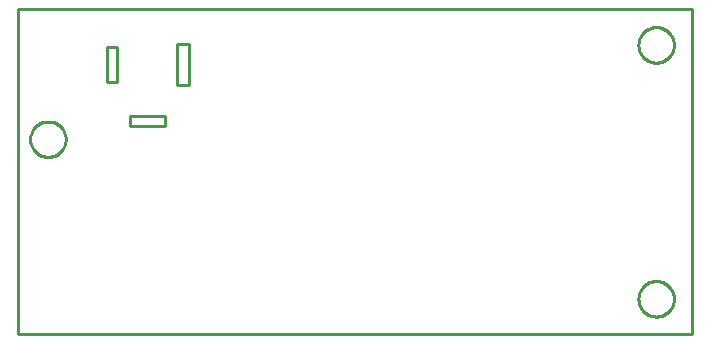
<source format=gbr>
G04 EAGLE Gerber RS-274X export*
G75*
%MOMM*%
%FSLAX34Y34*%
%LPD*%
%IN*%
%IPPOS*%
%AMOC8*
5,1,8,0,0,1.08239X$1,22.5*%
G01*
%ADD10C,0.254000*%


D10*
X0Y0D02*
X570000Y0D01*
X570000Y275000D01*
X0Y275000D01*
X0Y0D01*
X94220Y176600D02*
X124220Y176600D01*
X124220Y184600D01*
X94220Y184600D01*
X94220Y176600D01*
X134220Y211100D02*
X144220Y211100D01*
X144220Y246100D01*
X134220Y246100D01*
X134220Y211100D01*
X75220Y213600D02*
X83220Y213600D01*
X83220Y243600D01*
X75220Y243600D01*
X75220Y213600D01*
X40000Y164564D02*
X39924Y163496D01*
X39771Y162435D01*
X39543Y161388D01*
X39241Y160360D01*
X38867Y159356D01*
X38422Y158381D01*
X37908Y157441D01*
X37329Y156540D01*
X36687Y155682D01*
X35985Y154872D01*
X35228Y154115D01*
X34418Y153413D01*
X33560Y152771D01*
X32659Y152192D01*
X31719Y151678D01*
X30744Y151233D01*
X29740Y150859D01*
X28712Y150557D01*
X27665Y150329D01*
X26604Y150176D01*
X25536Y150100D01*
X24464Y150100D01*
X23396Y150176D01*
X22335Y150329D01*
X21288Y150557D01*
X20260Y150859D01*
X19256Y151233D01*
X18281Y151678D01*
X17341Y152192D01*
X16440Y152771D01*
X15582Y153413D01*
X14772Y154115D01*
X14015Y154872D01*
X13313Y155682D01*
X12671Y156540D01*
X12092Y157441D01*
X11578Y158381D01*
X11133Y159356D01*
X10759Y160360D01*
X10457Y161388D01*
X10229Y162435D01*
X10076Y163496D01*
X10000Y164564D01*
X10000Y165636D01*
X10076Y166704D01*
X10229Y167765D01*
X10457Y168812D01*
X10759Y169840D01*
X11133Y170844D01*
X11578Y171819D01*
X12092Y172759D01*
X12671Y173660D01*
X13313Y174518D01*
X14015Y175328D01*
X14772Y176085D01*
X15582Y176787D01*
X16440Y177429D01*
X17341Y178008D01*
X18281Y178522D01*
X19256Y178967D01*
X20260Y179341D01*
X21288Y179643D01*
X22335Y179871D01*
X23396Y180024D01*
X24464Y180100D01*
X25536Y180100D01*
X26604Y180024D01*
X27665Y179871D01*
X28712Y179643D01*
X29740Y179341D01*
X30744Y178967D01*
X31719Y178522D01*
X32659Y178008D01*
X33560Y177429D01*
X34418Y176787D01*
X35228Y176085D01*
X35985Y175328D01*
X36687Y174518D01*
X37329Y173660D01*
X37908Y172759D01*
X38422Y171819D01*
X38867Y170844D01*
X39241Y169840D01*
X39543Y168812D01*
X39771Y167765D01*
X39924Y166704D01*
X40000Y165636D01*
X40000Y164564D01*
X555000Y244464D02*
X554924Y243396D01*
X554771Y242335D01*
X554543Y241288D01*
X554241Y240260D01*
X553867Y239256D01*
X553422Y238281D01*
X552908Y237341D01*
X552329Y236440D01*
X551687Y235582D01*
X550985Y234772D01*
X550228Y234015D01*
X549418Y233313D01*
X548560Y232671D01*
X547659Y232092D01*
X546719Y231578D01*
X545744Y231133D01*
X544740Y230759D01*
X543712Y230457D01*
X542665Y230229D01*
X541604Y230076D01*
X540536Y230000D01*
X539464Y230000D01*
X538396Y230076D01*
X537335Y230229D01*
X536288Y230457D01*
X535260Y230759D01*
X534256Y231133D01*
X533281Y231578D01*
X532341Y232092D01*
X531440Y232671D01*
X530582Y233313D01*
X529772Y234015D01*
X529015Y234772D01*
X528313Y235582D01*
X527671Y236440D01*
X527092Y237341D01*
X526578Y238281D01*
X526133Y239256D01*
X525759Y240260D01*
X525457Y241288D01*
X525229Y242335D01*
X525076Y243396D01*
X525000Y244464D01*
X525000Y245536D01*
X525076Y246604D01*
X525229Y247665D01*
X525457Y248712D01*
X525759Y249740D01*
X526133Y250744D01*
X526578Y251719D01*
X527092Y252659D01*
X527671Y253560D01*
X528313Y254418D01*
X529015Y255228D01*
X529772Y255985D01*
X530582Y256687D01*
X531440Y257329D01*
X532341Y257908D01*
X533281Y258422D01*
X534256Y258867D01*
X535260Y259241D01*
X536288Y259543D01*
X537335Y259771D01*
X538396Y259924D01*
X539464Y260000D01*
X540536Y260000D01*
X541604Y259924D01*
X542665Y259771D01*
X543712Y259543D01*
X544740Y259241D01*
X545744Y258867D01*
X546719Y258422D01*
X547659Y257908D01*
X548560Y257329D01*
X549418Y256687D01*
X550228Y255985D01*
X550985Y255228D01*
X551687Y254418D01*
X552329Y253560D01*
X552908Y252659D01*
X553422Y251719D01*
X553867Y250744D01*
X554241Y249740D01*
X554543Y248712D01*
X554771Y247665D01*
X554924Y246604D01*
X555000Y245536D01*
X555000Y244464D01*
X555000Y29464D02*
X554924Y28396D01*
X554771Y27335D01*
X554543Y26288D01*
X554241Y25260D01*
X553867Y24256D01*
X553422Y23281D01*
X552908Y22341D01*
X552329Y21440D01*
X551687Y20582D01*
X550985Y19772D01*
X550228Y19015D01*
X549418Y18313D01*
X548560Y17671D01*
X547659Y17092D01*
X546719Y16578D01*
X545744Y16133D01*
X544740Y15759D01*
X543712Y15457D01*
X542665Y15229D01*
X541604Y15076D01*
X540536Y15000D01*
X539464Y15000D01*
X538396Y15076D01*
X537335Y15229D01*
X536288Y15457D01*
X535260Y15759D01*
X534256Y16133D01*
X533281Y16578D01*
X532341Y17092D01*
X531440Y17671D01*
X530582Y18313D01*
X529772Y19015D01*
X529015Y19772D01*
X528313Y20582D01*
X527671Y21440D01*
X527092Y22341D01*
X526578Y23281D01*
X526133Y24256D01*
X525759Y25260D01*
X525457Y26288D01*
X525229Y27335D01*
X525076Y28396D01*
X525000Y29464D01*
X525000Y30536D01*
X525076Y31604D01*
X525229Y32665D01*
X525457Y33712D01*
X525759Y34740D01*
X526133Y35744D01*
X526578Y36719D01*
X527092Y37659D01*
X527671Y38560D01*
X528313Y39418D01*
X529015Y40228D01*
X529772Y40985D01*
X530582Y41687D01*
X531440Y42329D01*
X532341Y42908D01*
X533281Y43422D01*
X534256Y43867D01*
X535260Y44241D01*
X536288Y44543D01*
X537335Y44771D01*
X538396Y44924D01*
X539464Y45000D01*
X540536Y45000D01*
X541604Y44924D01*
X542665Y44771D01*
X543712Y44543D01*
X544740Y44241D01*
X545744Y43867D01*
X546719Y43422D01*
X547659Y42908D01*
X548560Y42329D01*
X549418Y41687D01*
X550228Y40985D01*
X550985Y40228D01*
X551687Y39418D01*
X552329Y38560D01*
X552908Y37659D01*
X553422Y36719D01*
X553867Y35744D01*
X554241Y34740D01*
X554543Y33712D01*
X554771Y32665D01*
X554924Y31604D01*
X555000Y30536D01*
X555000Y29464D01*
M02*

</source>
